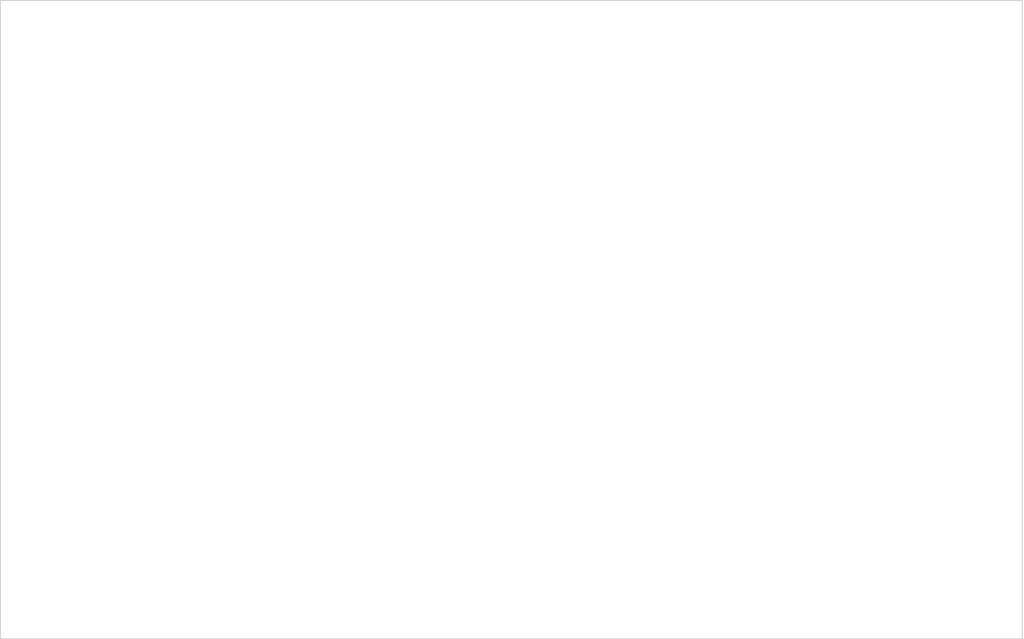
<source format=kicad_pcb>
(kicad_pcb (version 20211014) (generator pcbnew)
  (title_block (title "Logic Debug Board") (company "Sidings Media") (comment 1 "Licence: CERN-OHL-P-2.0 or any later version"))
  (layers (0 "F.Cu" signal) (31 "B.Cu" signal) (34 "B.Paste" user) (35 "F.Paste" user) (36 "B.SilkS" user "B.Silkscreen") (37 "F.SilkS" user "F.Silkscreen") (38 "B.Mask" user) (39 "F.Mask" user) (44 "Edge.Cuts" user))
  (net 0 "")
  (net 1 "Net-(MK1-Pad1)")
  (net 2 "Net-(MK2-Pad1)")
  (net 3 "Net-(MK3-Pad1)")
  (net 4 "Net-(MK4-Pad1)")
  (footprint "Mounting_Holes:MountingHole_2.7mm" (layer "F.Cu") (at 58.6 139.45)
    (fp_text reference "MK3" hide)
    (fp_text value "Mounting_Hole_PAD" hide)
    (pad "" np_thru_hole circle locked (at 0 0) (size 2.7 2.7) (drill 2.7) (layers *.Cu *.Mask) (net 3 "Net-(MK3-Pad1)"))
  )
  (footprint "Mounting_Holes:MountingHole_2.7mm" (layer "F.Cu") (at 58.6 50.55)
    (fp_text reference "MK1" hide)
    (fp_text value "Mounting_Hole_PAD" hide)
    (pad "" np_thru_hole circle locked (at 0 0) (size 2.7 2.7) (drill 2.7) (layers *.Cu *.Mask) (net 1 "Net-(MK1-Pad1)"))
  )
  (footprint "Mounting_Holes:MountingHole_2.7mm" (layer "F.Cu") (at 212.24 50.55)
    (fp_text reference "MK2" hide)
    (fp_text value "Mounting_Hole_PAD" hide)
    (pad "" np_thru_hole circle locked (at 0 0) (size 2.7 2.7) (drill 2.7) (layers *.Cu *.Mask) (net 2 "Net-(MK2-Pad1)"))
  )
  (footprint "Mounting_Holes:MountingHole_2.7mm" (layer "F.Cu") (at 212.24 139.45)
    (fp_text reference "MK4" hide)
    (fp_text value "Mounting_Hole_PAD" hide)
    (pad "" np_thru_hole circle locked (at 0 0) (size 2.7 2.7) (drill 2.7) (layers *.Cu *.Mask) (net 4 "Net-(MK4-Pad1)"))
  )
  (gr_line (start 214.925 45.075) (end 55.075 45.075) (layer "Edge.Cuts") (width 0.15))
  (gr_line (start 214.925 144.925) (end 214.925 45.075) (layer "Edge.Cuts") (width 0.15))
  (gr_line (start 55.075 144.925) (end 214.925 144.925) (layer "Edge.Cuts") (width 0.15))
  (gr_line (start 55.075 45.075) (end 55.075 144.925) (layer "Edge.Cuts") (width 0.15))
)
</source>
